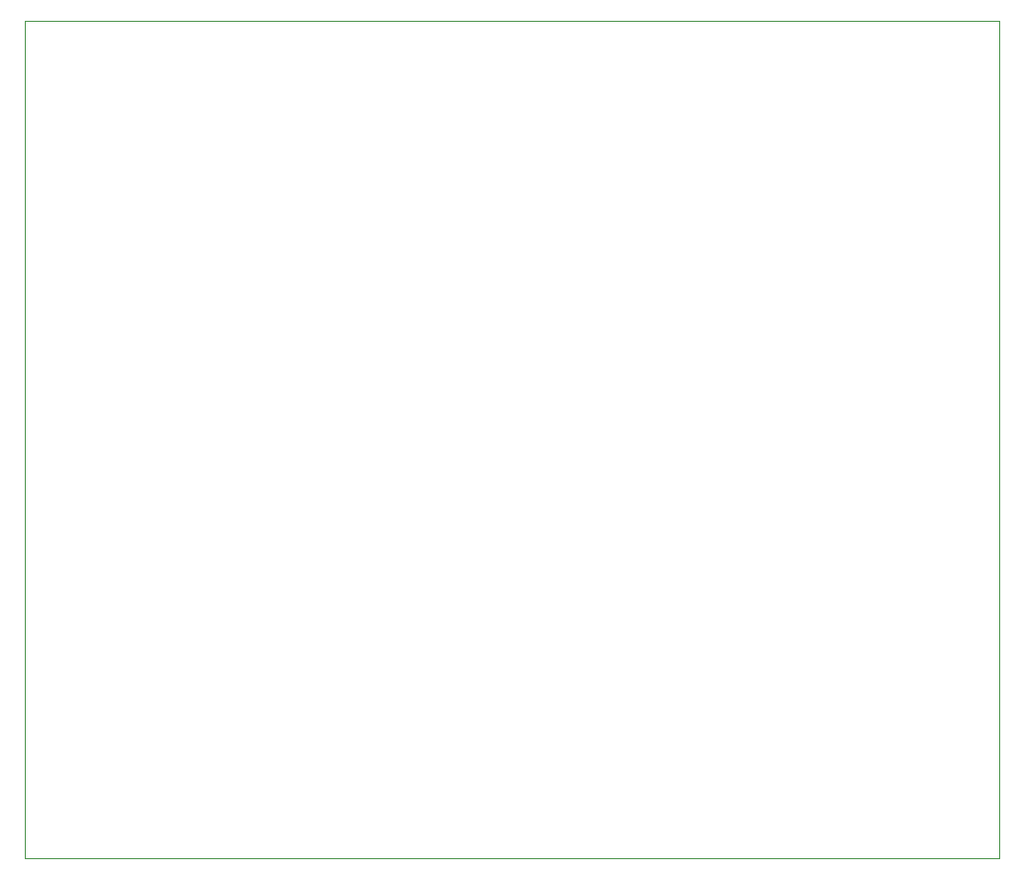
<source format=gbr>
G04 #@! TF.GenerationSoftware,KiCad,Pcbnew,(6.0.2)*
G04 #@! TF.CreationDate,2022-03-26T02:37:15-04:00*
G04 #@! TF.ProjectId,Receiver_Out,52656365-6976-4657-925f-4f75742e6b69,v2*
G04 #@! TF.SameCoordinates,Original*
G04 #@! TF.FileFunction,Profile,NP*
%FSLAX46Y46*%
G04 Gerber Fmt 4.6, Leading zero omitted, Abs format (unit mm)*
G04 Created by KiCad (PCBNEW (6.0.2)) date 2022-03-26 02:37:15*
%MOMM*%
%LPD*%
G01*
G04 APERTURE LIST*
G04 #@! TA.AperFunction,Profile*
%ADD10C,0.050000*%
G04 #@! TD*
G04 APERTURE END LIST*
D10*
X44901000Y-81817800D02*
X128076000Y-81817800D01*
X128076000Y-153217800D02*
X128076000Y-81817800D01*
X128076000Y-153217800D02*
X44901000Y-153217800D01*
X44901000Y-81817800D02*
X44901000Y-153217800D01*
M02*

</source>
